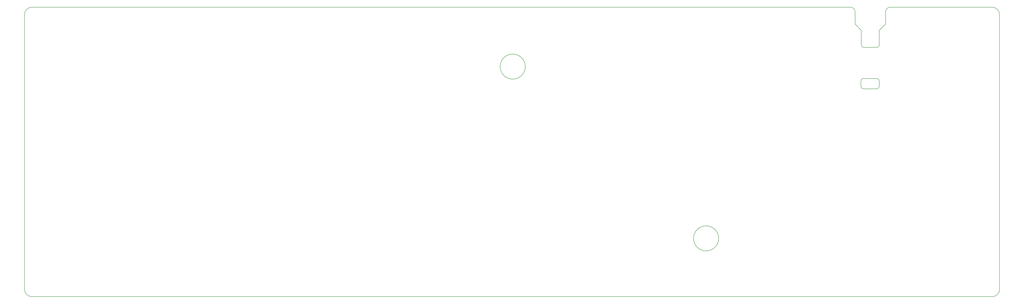
<source format=gm1>
%TF.GenerationSoftware,KiCad,Pcbnew,(6.0.10)*%
%TF.CreationDate,2023-01-23T12:02:21-06:00*%
%TF.ProjectId,AT101W,41543130-3157-42e6-9b69-6361645f7063,rev?*%
%TF.SameCoordinates,Original*%
%TF.FileFunction,Profile,NP*%
%FSLAX46Y46*%
G04 Gerber Fmt 4.6, Leading zero omitted, Abs format (unit mm)*
G04 Created by KiCad (PCBNEW (6.0.10)) date 2023-01-23 12:02:21*
%MOMM*%
%LPD*%
G01*
G04 APERTURE LIST*
%TA.AperFunction,Profile*%
%ADD10C,0.150000*%
%TD*%
G04 APERTURE END LIST*
D10*
X10318745Y-136921875D02*
G75*
G03*
X13493750Y-140096875I3175005J5D01*
G01*
X10318750Y-136921875D02*
X10318750Y-15081250D01*
X387151563Y-48021788D02*
G75*
G03*
X388342188Y-46831250I37J1190588D01*
G01*
X381396876Y-48021875D02*
X387151563Y-48021875D01*
X437554688Y-140096875D02*
X13493750Y-140096875D01*
X231775000Y-38199219D02*
G75*
G03*
X231775000Y-38199219I-5556250J0D01*
G01*
X441523438Y-15081250D02*
X441523438Y-136921875D01*
X391120313Y-19347656D02*
X391120313Y-13890625D01*
X13493750Y-11906250D02*
G75*
G03*
X10318750Y-15081250I0J-3175000D01*
G01*
X393104688Y-11906213D02*
G75*
G03*
X391120313Y-13890625I12J-1984387D01*
G01*
X380404688Y-28471875D02*
X380404688Y-22125781D01*
X381396876Y-43457751D02*
G75*
G03*
X380206251Y-44648438I24J-1190649D01*
G01*
X380206225Y-46831250D02*
G75*
G03*
X381396876Y-48021875I1190675J50D01*
G01*
X380206251Y-44648438D02*
X380206251Y-46831250D01*
X388342188Y-46831250D02*
X388342188Y-44648438D01*
X437554687Y-140096875D02*
X438348437Y-140096875D01*
X388342188Y-22125781D02*
X388342188Y-28471875D01*
X377626550Y-13890625D02*
G75*
G03*
X375642188Y-11906250I-1984350J25D01*
G01*
X441523450Y-15081250D02*
G75*
G03*
X438348438Y-11906250I-3175050J-50D01*
G01*
X387151563Y-43457813D02*
X381396876Y-43457813D01*
X438348438Y-140096938D02*
G75*
G03*
X441523438Y-136921875I-38J3175038D01*
G01*
X438348438Y-11906250D02*
X393104688Y-11906250D01*
X375642188Y-11906250D02*
X13493750Y-11906250D01*
X381595313Y-29662500D02*
X387151563Y-29662500D01*
X380404688Y-22125781D02*
X377626563Y-19347656D01*
X387151563Y-29662488D02*
G75*
G03*
X388342188Y-28471875I37J1190588D01*
G01*
X388342187Y-44648438D02*
G75*
G03*
X387151563Y-43457813I-1190587J38D01*
G01*
X317301563Y-114300000D02*
G75*
G03*
X317301563Y-114300000I-5556250J0D01*
G01*
X391120313Y-19347656D02*
X388342188Y-22125781D01*
X377626563Y-19347656D02*
X377626563Y-13890625D01*
X380404700Y-28471875D02*
G75*
G03*
X381595313Y-29662500I1190600J-25D01*
G01*
M02*

</source>
